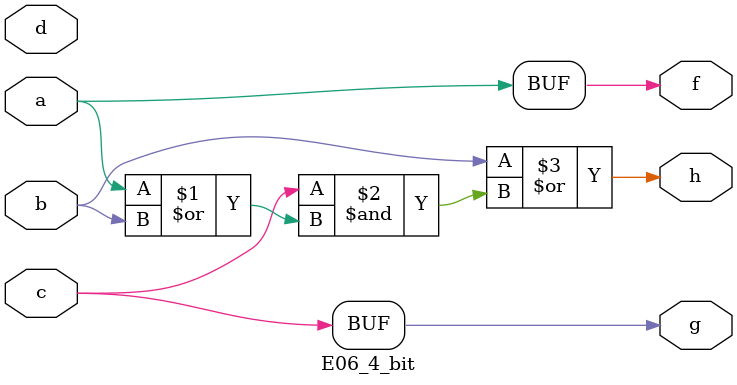
<source format=v>
module E06_4_bit(
    input wire a,
    input wire b,
    input wire c,
    input wire d,
    output wire f,
    output wire g,
    output wire h
);

    assign f = a;
    assign g = c;
    assign h = b|(c&(a|b));

endmodule
</source>
